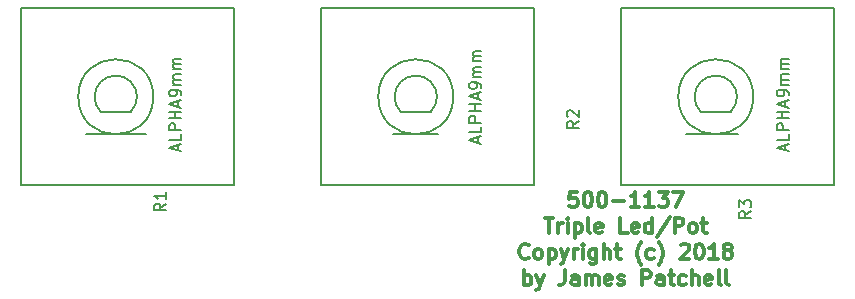
<source format=gbr>
G04 #@! TF.GenerationSoftware,KiCad,Pcbnew,(5.0.1)-3*
G04 #@! TF.CreationDate,2018-11-05T21:06:12-08:00*
G04 #@! TF.ProjectId,500-1137,3530302D313133372E6B696361645F70,rev?*
G04 #@! TF.SameCoordinates,Original*
G04 #@! TF.FileFunction,Legend,Top*
G04 #@! TF.FilePolarity,Positive*
%FSLAX46Y46*%
G04 Gerber Fmt 4.6, Leading zero omitted, Abs format (unit mm)*
G04 Created by KiCad (PCBNEW (5.0.1)-3) date 11/5/2018 9:06:12 PM*
%MOMM*%
%LPD*%
G01*
G04 APERTURE LIST*
%ADD10C,0.300000*%
%ADD11C,0.200000*%
%ADD12C,0.150000*%
G04 APERTURE END LIST*
D10*
X115267619Y-84262023D02*
X114662857Y-84262023D01*
X114602380Y-84866785D01*
X114662857Y-84806309D01*
X114783809Y-84745833D01*
X115086190Y-84745833D01*
X115207142Y-84806309D01*
X115267619Y-84866785D01*
X115328095Y-84987738D01*
X115328095Y-85290119D01*
X115267619Y-85411071D01*
X115207142Y-85471547D01*
X115086190Y-85532023D01*
X114783809Y-85532023D01*
X114662857Y-85471547D01*
X114602380Y-85411071D01*
X116114285Y-84262023D02*
X116235238Y-84262023D01*
X116356190Y-84322500D01*
X116416666Y-84382976D01*
X116477142Y-84503928D01*
X116537619Y-84745833D01*
X116537619Y-85048214D01*
X116477142Y-85290119D01*
X116416666Y-85411071D01*
X116356190Y-85471547D01*
X116235238Y-85532023D01*
X116114285Y-85532023D01*
X115993333Y-85471547D01*
X115932857Y-85411071D01*
X115872380Y-85290119D01*
X115811904Y-85048214D01*
X115811904Y-84745833D01*
X115872380Y-84503928D01*
X115932857Y-84382976D01*
X115993333Y-84322500D01*
X116114285Y-84262023D01*
X117323809Y-84262023D02*
X117444761Y-84262023D01*
X117565714Y-84322500D01*
X117626190Y-84382976D01*
X117686666Y-84503928D01*
X117747142Y-84745833D01*
X117747142Y-85048214D01*
X117686666Y-85290119D01*
X117626190Y-85411071D01*
X117565714Y-85471547D01*
X117444761Y-85532023D01*
X117323809Y-85532023D01*
X117202857Y-85471547D01*
X117142380Y-85411071D01*
X117081904Y-85290119D01*
X117021428Y-85048214D01*
X117021428Y-84745833D01*
X117081904Y-84503928D01*
X117142380Y-84382976D01*
X117202857Y-84322500D01*
X117323809Y-84262023D01*
X118291428Y-85048214D02*
X119259047Y-85048214D01*
X120529047Y-85532023D02*
X119803333Y-85532023D01*
X120166190Y-85532023D02*
X120166190Y-84262023D01*
X120045238Y-84443452D01*
X119924285Y-84564404D01*
X119803333Y-84624880D01*
X121738571Y-85532023D02*
X121012857Y-85532023D01*
X121375714Y-85532023D02*
X121375714Y-84262023D01*
X121254761Y-84443452D01*
X121133809Y-84564404D01*
X121012857Y-84624880D01*
X122161904Y-84262023D02*
X122948095Y-84262023D01*
X122524761Y-84745833D01*
X122706190Y-84745833D01*
X122827142Y-84806309D01*
X122887619Y-84866785D01*
X122948095Y-84987738D01*
X122948095Y-85290119D01*
X122887619Y-85411071D01*
X122827142Y-85471547D01*
X122706190Y-85532023D01*
X122343333Y-85532023D01*
X122222380Y-85471547D01*
X122161904Y-85411071D01*
X123371428Y-84262023D02*
X124218095Y-84262023D01*
X123673809Y-85532023D01*
X112515952Y-86467023D02*
X113241666Y-86467023D01*
X112878809Y-87737023D02*
X112878809Y-86467023D01*
X113665000Y-87737023D02*
X113665000Y-86890357D01*
X113665000Y-87132261D02*
X113725476Y-87011309D01*
X113785952Y-86950833D01*
X113906904Y-86890357D01*
X114027857Y-86890357D01*
X114451190Y-87737023D02*
X114451190Y-86890357D01*
X114451190Y-86467023D02*
X114390714Y-86527500D01*
X114451190Y-86587976D01*
X114511666Y-86527500D01*
X114451190Y-86467023D01*
X114451190Y-86587976D01*
X115055952Y-86890357D02*
X115055952Y-88160357D01*
X115055952Y-86950833D02*
X115176904Y-86890357D01*
X115418809Y-86890357D01*
X115539761Y-86950833D01*
X115600238Y-87011309D01*
X115660714Y-87132261D01*
X115660714Y-87495119D01*
X115600238Y-87616071D01*
X115539761Y-87676547D01*
X115418809Y-87737023D01*
X115176904Y-87737023D01*
X115055952Y-87676547D01*
X116386428Y-87737023D02*
X116265476Y-87676547D01*
X116205000Y-87555595D01*
X116205000Y-86467023D01*
X117354047Y-87676547D02*
X117233095Y-87737023D01*
X116991190Y-87737023D01*
X116870238Y-87676547D01*
X116809761Y-87555595D01*
X116809761Y-87071785D01*
X116870238Y-86950833D01*
X116991190Y-86890357D01*
X117233095Y-86890357D01*
X117354047Y-86950833D01*
X117414523Y-87071785D01*
X117414523Y-87192738D01*
X116809761Y-87313690D01*
X119531190Y-87737023D02*
X118926428Y-87737023D01*
X118926428Y-86467023D01*
X120438333Y-87676547D02*
X120317380Y-87737023D01*
X120075476Y-87737023D01*
X119954523Y-87676547D01*
X119894047Y-87555595D01*
X119894047Y-87071785D01*
X119954523Y-86950833D01*
X120075476Y-86890357D01*
X120317380Y-86890357D01*
X120438333Y-86950833D01*
X120498809Y-87071785D01*
X120498809Y-87192738D01*
X119894047Y-87313690D01*
X121587380Y-87737023D02*
X121587380Y-86467023D01*
X121587380Y-87676547D02*
X121466428Y-87737023D01*
X121224523Y-87737023D01*
X121103571Y-87676547D01*
X121043095Y-87616071D01*
X120982619Y-87495119D01*
X120982619Y-87132261D01*
X121043095Y-87011309D01*
X121103571Y-86950833D01*
X121224523Y-86890357D01*
X121466428Y-86890357D01*
X121587380Y-86950833D01*
X123099285Y-86406547D02*
X122010714Y-88039404D01*
X123522619Y-87737023D02*
X123522619Y-86467023D01*
X124006428Y-86467023D01*
X124127380Y-86527500D01*
X124187857Y-86587976D01*
X124248333Y-86708928D01*
X124248333Y-86890357D01*
X124187857Y-87011309D01*
X124127380Y-87071785D01*
X124006428Y-87132261D01*
X123522619Y-87132261D01*
X124974047Y-87737023D02*
X124853095Y-87676547D01*
X124792619Y-87616071D01*
X124732142Y-87495119D01*
X124732142Y-87132261D01*
X124792619Y-87011309D01*
X124853095Y-86950833D01*
X124974047Y-86890357D01*
X125155476Y-86890357D01*
X125276428Y-86950833D01*
X125336904Y-87011309D01*
X125397380Y-87132261D01*
X125397380Y-87495119D01*
X125336904Y-87616071D01*
X125276428Y-87676547D01*
X125155476Y-87737023D01*
X124974047Y-87737023D01*
X125760238Y-86890357D02*
X126244047Y-86890357D01*
X125941666Y-86467023D02*
X125941666Y-87555595D01*
X126002142Y-87676547D01*
X126123095Y-87737023D01*
X126244047Y-87737023D01*
X111155238Y-89821071D02*
X111094761Y-89881547D01*
X110913333Y-89942023D01*
X110792380Y-89942023D01*
X110610952Y-89881547D01*
X110490000Y-89760595D01*
X110429523Y-89639642D01*
X110369047Y-89397738D01*
X110369047Y-89216309D01*
X110429523Y-88974404D01*
X110490000Y-88853452D01*
X110610952Y-88732500D01*
X110792380Y-88672023D01*
X110913333Y-88672023D01*
X111094761Y-88732500D01*
X111155238Y-88792976D01*
X111880952Y-89942023D02*
X111760000Y-89881547D01*
X111699523Y-89821071D01*
X111639047Y-89700119D01*
X111639047Y-89337261D01*
X111699523Y-89216309D01*
X111760000Y-89155833D01*
X111880952Y-89095357D01*
X112062380Y-89095357D01*
X112183333Y-89155833D01*
X112243809Y-89216309D01*
X112304285Y-89337261D01*
X112304285Y-89700119D01*
X112243809Y-89821071D01*
X112183333Y-89881547D01*
X112062380Y-89942023D01*
X111880952Y-89942023D01*
X112848571Y-89095357D02*
X112848571Y-90365357D01*
X112848571Y-89155833D02*
X112969523Y-89095357D01*
X113211428Y-89095357D01*
X113332380Y-89155833D01*
X113392857Y-89216309D01*
X113453333Y-89337261D01*
X113453333Y-89700119D01*
X113392857Y-89821071D01*
X113332380Y-89881547D01*
X113211428Y-89942023D01*
X112969523Y-89942023D01*
X112848571Y-89881547D01*
X113876666Y-89095357D02*
X114179047Y-89942023D01*
X114481428Y-89095357D02*
X114179047Y-89942023D01*
X114058095Y-90244404D01*
X113997619Y-90304880D01*
X113876666Y-90365357D01*
X114965238Y-89942023D02*
X114965238Y-89095357D01*
X114965238Y-89337261D02*
X115025714Y-89216309D01*
X115086190Y-89155833D01*
X115207142Y-89095357D01*
X115328095Y-89095357D01*
X115751428Y-89942023D02*
X115751428Y-89095357D01*
X115751428Y-88672023D02*
X115690952Y-88732500D01*
X115751428Y-88792976D01*
X115811904Y-88732500D01*
X115751428Y-88672023D01*
X115751428Y-88792976D01*
X116900476Y-89095357D02*
X116900476Y-90123452D01*
X116840000Y-90244404D01*
X116779523Y-90304880D01*
X116658571Y-90365357D01*
X116477142Y-90365357D01*
X116356190Y-90304880D01*
X116900476Y-89881547D02*
X116779523Y-89942023D01*
X116537619Y-89942023D01*
X116416666Y-89881547D01*
X116356190Y-89821071D01*
X116295714Y-89700119D01*
X116295714Y-89337261D01*
X116356190Y-89216309D01*
X116416666Y-89155833D01*
X116537619Y-89095357D01*
X116779523Y-89095357D01*
X116900476Y-89155833D01*
X117505238Y-89942023D02*
X117505238Y-88672023D01*
X118049523Y-89942023D02*
X118049523Y-89276785D01*
X117989047Y-89155833D01*
X117868095Y-89095357D01*
X117686666Y-89095357D01*
X117565714Y-89155833D01*
X117505238Y-89216309D01*
X118472857Y-89095357D02*
X118956666Y-89095357D01*
X118654285Y-88672023D02*
X118654285Y-89760595D01*
X118714761Y-89881547D01*
X118835714Y-89942023D01*
X118956666Y-89942023D01*
X120710476Y-90425833D02*
X120650000Y-90365357D01*
X120529047Y-90183928D01*
X120468571Y-90062976D01*
X120408095Y-89881547D01*
X120347619Y-89579166D01*
X120347619Y-89337261D01*
X120408095Y-89034880D01*
X120468571Y-88853452D01*
X120529047Y-88732500D01*
X120650000Y-88551071D01*
X120710476Y-88490595D01*
X121738571Y-89881547D02*
X121617619Y-89942023D01*
X121375714Y-89942023D01*
X121254761Y-89881547D01*
X121194285Y-89821071D01*
X121133809Y-89700119D01*
X121133809Y-89337261D01*
X121194285Y-89216309D01*
X121254761Y-89155833D01*
X121375714Y-89095357D01*
X121617619Y-89095357D01*
X121738571Y-89155833D01*
X122161904Y-90425833D02*
X122222380Y-90365357D01*
X122343333Y-90183928D01*
X122403809Y-90062976D01*
X122464285Y-89881547D01*
X122524761Y-89579166D01*
X122524761Y-89337261D01*
X122464285Y-89034880D01*
X122403809Y-88853452D01*
X122343333Y-88732500D01*
X122222380Y-88551071D01*
X122161904Y-88490595D01*
X124036666Y-88792976D02*
X124097142Y-88732500D01*
X124218095Y-88672023D01*
X124520476Y-88672023D01*
X124641428Y-88732500D01*
X124701904Y-88792976D01*
X124762380Y-88913928D01*
X124762380Y-89034880D01*
X124701904Y-89216309D01*
X123976190Y-89942023D01*
X124762380Y-89942023D01*
X125548571Y-88672023D02*
X125669523Y-88672023D01*
X125790476Y-88732500D01*
X125850952Y-88792976D01*
X125911428Y-88913928D01*
X125971904Y-89155833D01*
X125971904Y-89458214D01*
X125911428Y-89700119D01*
X125850952Y-89821071D01*
X125790476Y-89881547D01*
X125669523Y-89942023D01*
X125548571Y-89942023D01*
X125427619Y-89881547D01*
X125367142Y-89821071D01*
X125306666Y-89700119D01*
X125246190Y-89458214D01*
X125246190Y-89155833D01*
X125306666Y-88913928D01*
X125367142Y-88792976D01*
X125427619Y-88732500D01*
X125548571Y-88672023D01*
X127181428Y-89942023D02*
X126455714Y-89942023D01*
X126818571Y-89942023D02*
X126818571Y-88672023D01*
X126697619Y-88853452D01*
X126576666Y-88974404D01*
X126455714Y-89034880D01*
X127907142Y-89216309D02*
X127786190Y-89155833D01*
X127725714Y-89095357D01*
X127665238Y-88974404D01*
X127665238Y-88913928D01*
X127725714Y-88792976D01*
X127786190Y-88732500D01*
X127907142Y-88672023D01*
X128149047Y-88672023D01*
X128270000Y-88732500D01*
X128330476Y-88792976D01*
X128390952Y-88913928D01*
X128390952Y-88974404D01*
X128330476Y-89095357D01*
X128270000Y-89155833D01*
X128149047Y-89216309D01*
X127907142Y-89216309D01*
X127786190Y-89276785D01*
X127725714Y-89337261D01*
X127665238Y-89458214D01*
X127665238Y-89700119D01*
X127725714Y-89821071D01*
X127786190Y-89881547D01*
X127907142Y-89942023D01*
X128149047Y-89942023D01*
X128270000Y-89881547D01*
X128330476Y-89821071D01*
X128390952Y-89700119D01*
X128390952Y-89458214D01*
X128330476Y-89337261D01*
X128270000Y-89276785D01*
X128149047Y-89216309D01*
X110792380Y-92147023D02*
X110792380Y-90877023D01*
X110792380Y-91360833D02*
X110913333Y-91300357D01*
X111155238Y-91300357D01*
X111276190Y-91360833D01*
X111336666Y-91421309D01*
X111397142Y-91542261D01*
X111397142Y-91905119D01*
X111336666Y-92026071D01*
X111276190Y-92086547D01*
X111155238Y-92147023D01*
X110913333Y-92147023D01*
X110792380Y-92086547D01*
X111820476Y-91300357D02*
X112122857Y-92147023D01*
X112425238Y-91300357D02*
X112122857Y-92147023D01*
X112001904Y-92449404D01*
X111941428Y-92509880D01*
X111820476Y-92570357D01*
X114239523Y-90877023D02*
X114239523Y-91784166D01*
X114179047Y-91965595D01*
X114058095Y-92086547D01*
X113876666Y-92147023D01*
X113755714Y-92147023D01*
X115388571Y-92147023D02*
X115388571Y-91481785D01*
X115328095Y-91360833D01*
X115207142Y-91300357D01*
X114965238Y-91300357D01*
X114844285Y-91360833D01*
X115388571Y-92086547D02*
X115267619Y-92147023D01*
X114965238Y-92147023D01*
X114844285Y-92086547D01*
X114783809Y-91965595D01*
X114783809Y-91844642D01*
X114844285Y-91723690D01*
X114965238Y-91663214D01*
X115267619Y-91663214D01*
X115388571Y-91602738D01*
X115993333Y-92147023D02*
X115993333Y-91300357D01*
X115993333Y-91421309D02*
X116053809Y-91360833D01*
X116174761Y-91300357D01*
X116356190Y-91300357D01*
X116477142Y-91360833D01*
X116537619Y-91481785D01*
X116537619Y-92147023D01*
X116537619Y-91481785D02*
X116598095Y-91360833D01*
X116719047Y-91300357D01*
X116900476Y-91300357D01*
X117021428Y-91360833D01*
X117081904Y-91481785D01*
X117081904Y-92147023D01*
X118170476Y-92086547D02*
X118049523Y-92147023D01*
X117807619Y-92147023D01*
X117686666Y-92086547D01*
X117626190Y-91965595D01*
X117626190Y-91481785D01*
X117686666Y-91360833D01*
X117807619Y-91300357D01*
X118049523Y-91300357D01*
X118170476Y-91360833D01*
X118230952Y-91481785D01*
X118230952Y-91602738D01*
X117626190Y-91723690D01*
X118714761Y-92086547D02*
X118835714Y-92147023D01*
X119077619Y-92147023D01*
X119198571Y-92086547D01*
X119259047Y-91965595D01*
X119259047Y-91905119D01*
X119198571Y-91784166D01*
X119077619Y-91723690D01*
X118896190Y-91723690D01*
X118775238Y-91663214D01*
X118714761Y-91542261D01*
X118714761Y-91481785D01*
X118775238Y-91360833D01*
X118896190Y-91300357D01*
X119077619Y-91300357D01*
X119198571Y-91360833D01*
X120770952Y-92147023D02*
X120770952Y-90877023D01*
X121254761Y-90877023D01*
X121375714Y-90937500D01*
X121436190Y-90997976D01*
X121496666Y-91118928D01*
X121496666Y-91300357D01*
X121436190Y-91421309D01*
X121375714Y-91481785D01*
X121254761Y-91542261D01*
X120770952Y-91542261D01*
X122585238Y-92147023D02*
X122585238Y-91481785D01*
X122524761Y-91360833D01*
X122403809Y-91300357D01*
X122161904Y-91300357D01*
X122040952Y-91360833D01*
X122585238Y-92086547D02*
X122464285Y-92147023D01*
X122161904Y-92147023D01*
X122040952Y-92086547D01*
X121980476Y-91965595D01*
X121980476Y-91844642D01*
X122040952Y-91723690D01*
X122161904Y-91663214D01*
X122464285Y-91663214D01*
X122585238Y-91602738D01*
X123008571Y-91300357D02*
X123492380Y-91300357D01*
X123190000Y-90877023D02*
X123190000Y-91965595D01*
X123250476Y-92086547D01*
X123371428Y-92147023D01*
X123492380Y-92147023D01*
X124460000Y-92086547D02*
X124339047Y-92147023D01*
X124097142Y-92147023D01*
X123976190Y-92086547D01*
X123915714Y-92026071D01*
X123855238Y-91905119D01*
X123855238Y-91542261D01*
X123915714Y-91421309D01*
X123976190Y-91360833D01*
X124097142Y-91300357D01*
X124339047Y-91300357D01*
X124460000Y-91360833D01*
X125004285Y-92147023D02*
X125004285Y-90877023D01*
X125548571Y-92147023D02*
X125548571Y-91481785D01*
X125488095Y-91360833D01*
X125367142Y-91300357D01*
X125185714Y-91300357D01*
X125064761Y-91360833D01*
X125004285Y-91421309D01*
X126637142Y-92086547D02*
X126516190Y-92147023D01*
X126274285Y-92147023D01*
X126153333Y-92086547D01*
X126092857Y-91965595D01*
X126092857Y-91481785D01*
X126153333Y-91360833D01*
X126274285Y-91300357D01*
X126516190Y-91300357D01*
X126637142Y-91360833D01*
X126697619Y-91481785D01*
X126697619Y-91602738D01*
X126092857Y-91723690D01*
X127423333Y-92147023D02*
X127302380Y-92086547D01*
X127241904Y-91965595D01*
X127241904Y-90877023D01*
X128088571Y-92147023D02*
X127967619Y-92086547D01*
X127907142Y-91965595D01*
X127907142Y-90877023D01*
D11*
X124460000Y-79375000D02*
X128905000Y-79375000D01*
X99695000Y-79375000D02*
X103505000Y-79375000D01*
X73660000Y-79375000D02*
X78740000Y-79375000D01*
D12*
G04 #@! TO.C,R1*
X77470000Y-77470000D02*
G75*
G03X77470000Y-74930000I-1270000J1270000D01*
G01*
X77470000Y-74930000D02*
G75*
G03X74930000Y-74930000I-1270000J-1270000D01*
G01*
X74930000Y-74930000D02*
G75*
G03X74930000Y-77470000I1270000J-1270000D01*
G01*
X74930000Y-77470000D02*
X77470000Y-77470000D01*
X79375000Y-76200000D02*
G75*
G03X79375000Y-76200000I-3175000J0D01*
G01*
X86200000Y-83700000D02*
X86200000Y-68700000D01*
X86200000Y-68700000D02*
X68200000Y-68700000D01*
X68200000Y-68700000D02*
X68200000Y-83700000D01*
X68200000Y-83700000D02*
X86200000Y-83700000D01*
G04 #@! TO.C,R2*
X93600000Y-83700000D02*
X111600000Y-83700000D01*
X93600000Y-68700000D02*
X93600000Y-83700000D01*
X111600000Y-68700000D02*
X93600000Y-68700000D01*
X111600000Y-83700000D02*
X111600000Y-68700000D01*
X104775000Y-76200000D02*
G75*
G03X104775000Y-76200000I-3175000J0D01*
G01*
X100330000Y-77470000D02*
X102870000Y-77470000D01*
X100330000Y-74930000D02*
G75*
G03X100330000Y-77470000I1270000J-1270000D01*
G01*
X102870000Y-74930000D02*
G75*
G03X100330000Y-74930000I-1270000J-1270000D01*
G01*
X102870000Y-77470000D02*
G75*
G03X102870000Y-74930000I-1270000J1270000D01*
G01*
G04 #@! TO.C,R3*
X128270000Y-77470000D02*
G75*
G03X128270000Y-74930000I-1270000J1270000D01*
G01*
X128270000Y-74930000D02*
G75*
G03X125730000Y-74930000I-1270000J-1270000D01*
G01*
X125730000Y-74930000D02*
G75*
G03X125730000Y-77470000I1270000J-1270000D01*
G01*
X125730000Y-77470000D02*
X128270000Y-77470000D01*
X130175000Y-76200000D02*
G75*
G03X130175000Y-76200000I-3175000J0D01*
G01*
X137000000Y-83700000D02*
X137000000Y-68700000D01*
X137000000Y-68700000D02*
X119000000Y-68700000D01*
X119000000Y-68700000D02*
X119000000Y-83700000D01*
X119000000Y-83700000D02*
X137000000Y-83700000D01*
G04 #@! TO.C,R1*
X80462380Y-85256666D02*
X79986190Y-85590000D01*
X80462380Y-85828095D02*
X79462380Y-85828095D01*
X79462380Y-85447142D01*
X79510000Y-85351904D01*
X79557619Y-85304285D01*
X79652857Y-85256666D01*
X79795714Y-85256666D01*
X79890952Y-85304285D01*
X79938571Y-85351904D01*
X79986190Y-85447142D01*
X79986190Y-85828095D01*
X80462380Y-84304285D02*
X80462380Y-84875714D01*
X80462380Y-84590000D02*
X79462380Y-84590000D01*
X79605238Y-84685238D01*
X79700476Y-84780476D01*
X79748095Y-84875714D01*
X81446666Y-80739761D02*
X81446666Y-80263571D01*
X81732380Y-80835000D02*
X80732380Y-80501666D01*
X81732380Y-80168333D01*
X81732380Y-79358809D02*
X81732380Y-79835000D01*
X80732380Y-79835000D01*
X81732380Y-79025476D02*
X80732380Y-79025476D01*
X80732380Y-78644523D01*
X80780000Y-78549285D01*
X80827619Y-78501666D01*
X80922857Y-78454047D01*
X81065714Y-78454047D01*
X81160952Y-78501666D01*
X81208571Y-78549285D01*
X81256190Y-78644523D01*
X81256190Y-79025476D01*
X81732380Y-78025476D02*
X80732380Y-78025476D01*
X81208571Y-78025476D02*
X81208571Y-77454047D01*
X81732380Y-77454047D02*
X80732380Y-77454047D01*
X81446666Y-77025476D02*
X81446666Y-76549285D01*
X81732380Y-77120714D02*
X80732380Y-76787380D01*
X81732380Y-76454047D01*
X81732380Y-76073095D02*
X81732380Y-75882619D01*
X81684761Y-75787380D01*
X81637142Y-75739761D01*
X81494285Y-75644523D01*
X81303809Y-75596904D01*
X80922857Y-75596904D01*
X80827619Y-75644523D01*
X80780000Y-75692142D01*
X80732380Y-75787380D01*
X80732380Y-75977857D01*
X80780000Y-76073095D01*
X80827619Y-76120714D01*
X80922857Y-76168333D01*
X81160952Y-76168333D01*
X81256190Y-76120714D01*
X81303809Y-76073095D01*
X81351428Y-75977857D01*
X81351428Y-75787380D01*
X81303809Y-75692142D01*
X81256190Y-75644523D01*
X81160952Y-75596904D01*
X81732380Y-75168333D02*
X81065714Y-75168333D01*
X81160952Y-75168333D02*
X81113333Y-75120714D01*
X81065714Y-75025476D01*
X81065714Y-74882619D01*
X81113333Y-74787380D01*
X81208571Y-74739761D01*
X81732380Y-74739761D01*
X81208571Y-74739761D02*
X81113333Y-74692142D01*
X81065714Y-74596904D01*
X81065714Y-74454047D01*
X81113333Y-74358809D01*
X81208571Y-74311190D01*
X81732380Y-74311190D01*
X81732380Y-73835000D02*
X81065714Y-73835000D01*
X81160952Y-73835000D02*
X81113333Y-73787380D01*
X81065714Y-73692142D01*
X81065714Y-73549285D01*
X81113333Y-73454047D01*
X81208571Y-73406428D01*
X81732380Y-73406428D01*
X81208571Y-73406428D02*
X81113333Y-73358809D01*
X81065714Y-73263571D01*
X81065714Y-73120714D01*
X81113333Y-73025476D01*
X81208571Y-72977857D01*
X81732380Y-72977857D01*
G04 #@! TO.C,R2*
X115387380Y-78271666D02*
X114911190Y-78605000D01*
X115387380Y-78843095D02*
X114387380Y-78843095D01*
X114387380Y-78462142D01*
X114435000Y-78366904D01*
X114482619Y-78319285D01*
X114577857Y-78271666D01*
X114720714Y-78271666D01*
X114815952Y-78319285D01*
X114863571Y-78366904D01*
X114911190Y-78462142D01*
X114911190Y-78843095D01*
X114482619Y-77890714D02*
X114435000Y-77843095D01*
X114387380Y-77747857D01*
X114387380Y-77509761D01*
X114435000Y-77414523D01*
X114482619Y-77366904D01*
X114577857Y-77319285D01*
X114673095Y-77319285D01*
X114815952Y-77366904D01*
X115387380Y-77938333D01*
X115387380Y-77319285D01*
X106846666Y-80104761D02*
X106846666Y-79628571D01*
X107132380Y-80200000D02*
X106132380Y-79866666D01*
X107132380Y-79533333D01*
X107132380Y-78723809D02*
X107132380Y-79200000D01*
X106132380Y-79200000D01*
X107132380Y-78390476D02*
X106132380Y-78390476D01*
X106132380Y-78009523D01*
X106180000Y-77914285D01*
X106227619Y-77866666D01*
X106322857Y-77819047D01*
X106465714Y-77819047D01*
X106560952Y-77866666D01*
X106608571Y-77914285D01*
X106656190Y-78009523D01*
X106656190Y-78390476D01*
X107132380Y-77390476D02*
X106132380Y-77390476D01*
X106608571Y-77390476D02*
X106608571Y-76819047D01*
X107132380Y-76819047D02*
X106132380Y-76819047D01*
X106846666Y-76390476D02*
X106846666Y-75914285D01*
X107132380Y-76485714D02*
X106132380Y-76152380D01*
X107132380Y-75819047D01*
X107132380Y-75438095D02*
X107132380Y-75247619D01*
X107084761Y-75152380D01*
X107037142Y-75104761D01*
X106894285Y-75009523D01*
X106703809Y-74961904D01*
X106322857Y-74961904D01*
X106227619Y-75009523D01*
X106180000Y-75057142D01*
X106132380Y-75152380D01*
X106132380Y-75342857D01*
X106180000Y-75438095D01*
X106227619Y-75485714D01*
X106322857Y-75533333D01*
X106560952Y-75533333D01*
X106656190Y-75485714D01*
X106703809Y-75438095D01*
X106751428Y-75342857D01*
X106751428Y-75152380D01*
X106703809Y-75057142D01*
X106656190Y-75009523D01*
X106560952Y-74961904D01*
X107132380Y-74533333D02*
X106465714Y-74533333D01*
X106560952Y-74533333D02*
X106513333Y-74485714D01*
X106465714Y-74390476D01*
X106465714Y-74247619D01*
X106513333Y-74152380D01*
X106608571Y-74104761D01*
X107132380Y-74104761D01*
X106608571Y-74104761D02*
X106513333Y-74057142D01*
X106465714Y-73961904D01*
X106465714Y-73819047D01*
X106513333Y-73723809D01*
X106608571Y-73676190D01*
X107132380Y-73676190D01*
X107132380Y-73200000D02*
X106465714Y-73200000D01*
X106560952Y-73200000D02*
X106513333Y-73152380D01*
X106465714Y-73057142D01*
X106465714Y-72914285D01*
X106513333Y-72819047D01*
X106608571Y-72771428D01*
X107132380Y-72771428D01*
X106608571Y-72771428D02*
X106513333Y-72723809D01*
X106465714Y-72628571D01*
X106465714Y-72485714D01*
X106513333Y-72390476D01*
X106608571Y-72342857D01*
X107132380Y-72342857D01*
G04 #@! TO.C,R3*
X129992380Y-85891666D02*
X129516190Y-86225000D01*
X129992380Y-86463095D02*
X128992380Y-86463095D01*
X128992380Y-86082142D01*
X129040000Y-85986904D01*
X129087619Y-85939285D01*
X129182857Y-85891666D01*
X129325714Y-85891666D01*
X129420952Y-85939285D01*
X129468571Y-85986904D01*
X129516190Y-86082142D01*
X129516190Y-86463095D01*
X128992380Y-85558333D02*
X128992380Y-84939285D01*
X129373333Y-85272619D01*
X129373333Y-85129761D01*
X129420952Y-85034523D01*
X129468571Y-84986904D01*
X129563809Y-84939285D01*
X129801904Y-84939285D01*
X129897142Y-84986904D01*
X129944761Y-85034523D01*
X129992380Y-85129761D01*
X129992380Y-85415476D01*
X129944761Y-85510714D01*
X129897142Y-85558333D01*
X132881666Y-80739761D02*
X132881666Y-80263571D01*
X133167380Y-80835000D02*
X132167380Y-80501666D01*
X133167380Y-80168333D01*
X133167380Y-79358809D02*
X133167380Y-79835000D01*
X132167380Y-79835000D01*
X133167380Y-79025476D02*
X132167380Y-79025476D01*
X132167380Y-78644523D01*
X132215000Y-78549285D01*
X132262619Y-78501666D01*
X132357857Y-78454047D01*
X132500714Y-78454047D01*
X132595952Y-78501666D01*
X132643571Y-78549285D01*
X132691190Y-78644523D01*
X132691190Y-79025476D01*
X133167380Y-78025476D02*
X132167380Y-78025476D01*
X132643571Y-78025476D02*
X132643571Y-77454047D01*
X133167380Y-77454047D02*
X132167380Y-77454047D01*
X132881666Y-77025476D02*
X132881666Y-76549285D01*
X133167380Y-77120714D02*
X132167380Y-76787380D01*
X133167380Y-76454047D01*
X133167380Y-76073095D02*
X133167380Y-75882619D01*
X133119761Y-75787380D01*
X133072142Y-75739761D01*
X132929285Y-75644523D01*
X132738809Y-75596904D01*
X132357857Y-75596904D01*
X132262619Y-75644523D01*
X132215000Y-75692142D01*
X132167380Y-75787380D01*
X132167380Y-75977857D01*
X132215000Y-76073095D01*
X132262619Y-76120714D01*
X132357857Y-76168333D01*
X132595952Y-76168333D01*
X132691190Y-76120714D01*
X132738809Y-76073095D01*
X132786428Y-75977857D01*
X132786428Y-75787380D01*
X132738809Y-75692142D01*
X132691190Y-75644523D01*
X132595952Y-75596904D01*
X133167380Y-75168333D02*
X132500714Y-75168333D01*
X132595952Y-75168333D02*
X132548333Y-75120714D01*
X132500714Y-75025476D01*
X132500714Y-74882619D01*
X132548333Y-74787380D01*
X132643571Y-74739761D01*
X133167380Y-74739761D01*
X132643571Y-74739761D02*
X132548333Y-74692142D01*
X132500714Y-74596904D01*
X132500714Y-74454047D01*
X132548333Y-74358809D01*
X132643571Y-74311190D01*
X133167380Y-74311190D01*
X133167380Y-73835000D02*
X132500714Y-73835000D01*
X132595952Y-73835000D02*
X132548333Y-73787380D01*
X132500714Y-73692142D01*
X132500714Y-73549285D01*
X132548333Y-73454047D01*
X132643571Y-73406428D01*
X133167380Y-73406428D01*
X132643571Y-73406428D02*
X132548333Y-73358809D01*
X132500714Y-73263571D01*
X132500714Y-73120714D01*
X132548333Y-73025476D01*
X132643571Y-72977857D01*
X133167380Y-72977857D01*
G04 #@! TD*
M02*

</source>
